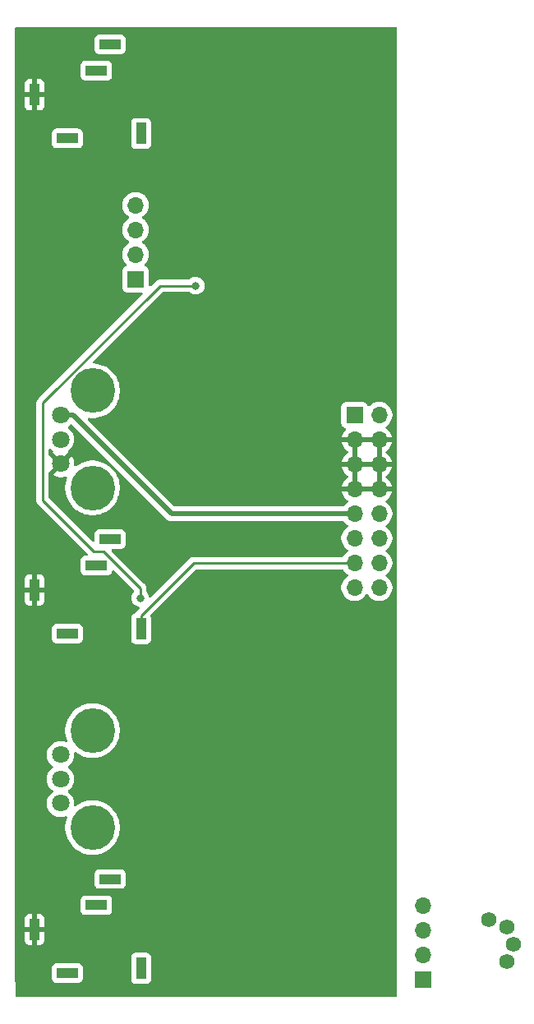
<source format=gbr>
G04 #@! TF.GenerationSoftware,KiCad,Pcbnew,9.0.0*
G04 #@! TF.CreationDate,2025-02-23T15:53:39-07:00*
G04 #@! TF.ProjectId,VCF,5643462e-6b69-4636-9164-5f7063625858,rev?*
G04 #@! TF.SameCoordinates,Original*
G04 #@! TF.FileFunction,Copper,L2,Bot*
G04 #@! TF.FilePolarity,Positive*
%FSLAX46Y46*%
G04 Gerber Fmt 4.6, Leading zero omitted, Abs format (unit mm)*
G04 Created by KiCad (PCBNEW 9.0.0) date 2025-02-23 15:53:39*
%MOMM*%
%LPD*%
G01*
G04 APERTURE LIST*
G04 #@! TA.AperFunction,ComponentPad*
%ADD10R,1.000000X2.200000*%
G04 #@! TD*
G04 #@! TA.AperFunction,ComponentPad*
%ADD11R,2.200000X1.000000*%
G04 #@! TD*
G04 #@! TA.AperFunction,ComponentPad*
%ADD12R,1.700000X1.700000*%
G04 #@! TD*
G04 #@! TA.AperFunction,ComponentPad*
%ADD13O,1.700000X1.700000*%
G04 #@! TD*
G04 #@! TA.AperFunction,ComponentPad*
%ADD14C,4.600000*%
G04 #@! TD*
G04 #@! TA.AperFunction,ComponentPad*
%ADD15C,1.800000*%
G04 #@! TD*
G04 #@! TA.AperFunction,ComponentPad*
%ADD16C,1.580000*%
G04 #@! TD*
G04 #@! TA.AperFunction,ViaPad*
%ADD17C,0.800000*%
G04 #@! TD*
G04 #@! TA.AperFunction,Conductor*
%ADD18C,0.250000*%
G04 #@! TD*
G04 #@! TA.AperFunction,Conductor*
%ADD19C,0.500000*%
G04 #@! TD*
G04 APERTURE END LIST*
D10*
X2000000Y-7000000D03*
X13000000Y-11000000D03*
D11*
X5400000Y-11500000D03*
X9800000Y-1800000D03*
X8400000Y-4500000D03*
D10*
X2000000Y-58000000D03*
X13000000Y-62000000D03*
D11*
X5400000Y-62500000D03*
X9800000Y-52800000D03*
X8400000Y-55500000D03*
D12*
X12440000Y-26000000D03*
D13*
X12440000Y-23460000D03*
X12440000Y-20920000D03*
X12440000Y-18380000D03*
D12*
X42080180Y-98163380D03*
D13*
X42080180Y-95623380D03*
X42080180Y-93083380D03*
X42080180Y-90543380D03*
D12*
X35000000Y-40000000D03*
D13*
X37540000Y-40000000D03*
X35000000Y-42540000D03*
X37540000Y-42540000D03*
X35000000Y-45080000D03*
X37540000Y-45080000D03*
X35000000Y-47620000D03*
X37540000Y-47620000D03*
X35000000Y-50160000D03*
X37540000Y-50160000D03*
X35000000Y-52700000D03*
X37540000Y-52700000D03*
X35000000Y-55240000D03*
X37540000Y-55240000D03*
X35000000Y-57780000D03*
X37540000Y-57780000D03*
D10*
X2000000Y-93000000D03*
X13000000Y-97000000D03*
D11*
X5400000Y-97500000D03*
X8400000Y-90500000D03*
X9800000Y-87800000D03*
D14*
X8000000Y-47500000D03*
X8000000Y-37500000D03*
D15*
X4700000Y-40000000D03*
X4700000Y-42500000D03*
X4700000Y-45000000D03*
D14*
X8000000Y-72500000D03*
X8000000Y-82500000D03*
D15*
X4700000Y-75000000D03*
X4700000Y-77500000D03*
X4700000Y-80000000D03*
D16*
X50673320Y-92727460D03*
X51417220Y-94523560D03*
X50673320Y-96319660D03*
X48877220Y-91983560D03*
D17*
X19000000Y-98000000D03*
X1500000Y-39000000D03*
X11000000Y-81000000D03*
X10000000Y-93000000D03*
X12000000Y-40000000D03*
X24000000Y-61000000D03*
X18000000Y-59000000D03*
X18500000Y-52000000D03*
X38000000Y-64000000D03*
X36000000Y-34000000D03*
X22000000Y-61000000D03*
X36000000Y-64000000D03*
X21000000Y-98000000D03*
X10000000Y-76000000D03*
X14000000Y-40000000D03*
X18500000Y-54000000D03*
X13000000Y-81000000D03*
X12000000Y-76000000D03*
X12500000Y-44500000D03*
X12000000Y-93000000D03*
X20000000Y-59000000D03*
X38000000Y-34000000D03*
X12915900Y-58851800D03*
X18641060Y-26680160D03*
D18*
X8133080Y-54048660D02*
X2849880Y-48765460D01*
X14934838Y-26680160D02*
X18075375Y-26680160D01*
X2849880Y-48765460D02*
X2849880Y-38765118D01*
X18075375Y-26680160D02*
X18641060Y-26680160D01*
X12915900Y-57830898D02*
X9133662Y-54048660D01*
X9133662Y-54048660D02*
X8133080Y-54048660D01*
X2849880Y-38765118D02*
X14934838Y-26680160D01*
X12915900Y-58851800D02*
X12915900Y-57830898D01*
X13000000Y-60650000D02*
X18410000Y-55240000D01*
X13000000Y-62000000D02*
X13000000Y-60650000D01*
X18410000Y-55240000D02*
X35000000Y-55240000D01*
D19*
X33797919Y-50160000D02*
X35000000Y-50160000D01*
X5972792Y-40000000D02*
X16132792Y-50160000D01*
X4700000Y-40000000D02*
X5972792Y-40000000D01*
X16132792Y-50160000D02*
X33797919Y-50160000D01*
G04 #@! TA.AperFunction,Conductor*
G36*
X5840047Y-40956038D02*
G01*
X5885110Y-40984999D01*
X15543627Y-50643516D01*
X15649276Y-50749165D01*
X15773508Y-50832174D01*
X15911546Y-50889351D01*
X16058086Y-50918500D01*
X16058087Y-50918500D01*
X16207497Y-50918500D01*
X33723213Y-50918500D01*
X33807684Y-50918500D01*
X33875805Y-50938502D01*
X33909618Y-50970438D01*
X33963794Y-51045004D01*
X33963796Y-51045006D01*
X33963798Y-51045009D01*
X34114990Y-51196201D01*
X34114993Y-51196203D01*
X34114996Y-51196206D01*
X34287991Y-51321894D01*
X34287996Y-51321896D01*
X34289088Y-51322566D01*
X34289418Y-51322931D01*
X34291996Y-51324804D01*
X34291602Y-51325345D01*
X34336721Y-51375213D01*
X34348328Y-51445255D01*
X34320226Y-51510453D01*
X34291870Y-51535023D01*
X34291996Y-51535196D01*
X34289982Y-51536658D01*
X34289088Y-51537434D01*
X34287987Y-51538108D01*
X34114993Y-51663796D01*
X34114990Y-51663798D01*
X33963798Y-51814990D01*
X33963796Y-51814993D01*
X33838108Y-51987987D01*
X33741029Y-52178515D01*
X33741026Y-52178521D01*
X33674952Y-52381878D01*
X33674951Y-52381883D01*
X33674951Y-52381884D01*
X33641500Y-52593084D01*
X33641500Y-52806916D01*
X33657350Y-52906986D01*
X33674952Y-53018121D01*
X33737679Y-53211176D01*
X33741028Y-53221483D01*
X33838106Y-53412009D01*
X33963794Y-53585004D01*
X33963796Y-53585006D01*
X33963798Y-53585009D01*
X34114990Y-53736201D01*
X34114993Y-53736203D01*
X34114996Y-53736206D01*
X34287991Y-53861894D01*
X34287996Y-53861896D01*
X34289088Y-53862566D01*
X34289418Y-53862931D01*
X34291996Y-53864804D01*
X34291602Y-53865345D01*
X34336721Y-53915213D01*
X34348328Y-53985255D01*
X34320226Y-54050453D01*
X34291870Y-54075023D01*
X34291996Y-54075196D01*
X34289982Y-54076658D01*
X34289088Y-54077434D01*
X34287987Y-54078108D01*
X34114993Y-54203796D01*
X34114990Y-54203798D01*
X33963798Y-54354990D01*
X33963796Y-54354993D01*
X33838112Y-54527981D01*
X33838103Y-54527996D01*
X33833156Y-54537706D01*
X33784407Y-54589320D01*
X33720891Y-54606500D01*
X18347603Y-54606500D01*
X18274568Y-54621028D01*
X18225215Y-54630845D01*
X18225213Y-54630845D01*
X18225212Y-54630846D01*
X18109923Y-54678601D01*
X18006171Y-54747926D01*
X18006164Y-54747931D01*
X14018854Y-58735241D01*
X13956542Y-58769267D01*
X13885726Y-58764202D01*
X13828891Y-58721655D01*
X13806181Y-58670729D01*
X13789487Y-58586800D01*
X13721002Y-58421464D01*
X13621578Y-58272665D01*
X13586305Y-58237392D01*
X13552279Y-58175080D01*
X13549400Y-58148297D01*
X13549400Y-57768505D01*
X13549399Y-57768501D01*
X13525055Y-57646113D01*
X13477300Y-57530823D01*
X13407971Y-57427065D01*
X13319733Y-57338827D01*
X10004501Y-54023595D01*
X9970475Y-53961283D01*
X9975540Y-53890468D01*
X10018087Y-53833632D01*
X10084607Y-53808821D01*
X10093596Y-53808500D01*
X10948632Y-53808500D01*
X10948638Y-53808500D01*
X10948645Y-53808499D01*
X10948649Y-53808499D01*
X11009196Y-53801990D01*
X11009199Y-53801989D01*
X11009201Y-53801989D01*
X11146204Y-53750889D01*
X11263261Y-53663261D01*
X11350889Y-53546204D01*
X11401989Y-53409201D01*
X11402076Y-53408398D01*
X11408499Y-53348649D01*
X11408500Y-53348632D01*
X11408500Y-52251367D01*
X11408499Y-52251350D01*
X11401990Y-52190803D01*
X11401988Y-52190795D01*
X11350889Y-52053797D01*
X11350887Y-52053792D01*
X11263261Y-51936738D01*
X11146207Y-51849112D01*
X11146202Y-51849110D01*
X11009204Y-51798011D01*
X11009196Y-51798009D01*
X10948649Y-51791500D01*
X10948638Y-51791500D01*
X8651362Y-51791500D01*
X8651350Y-51791500D01*
X8590803Y-51798009D01*
X8590795Y-51798011D01*
X8453797Y-51849110D01*
X8453792Y-51849112D01*
X8336738Y-51936738D01*
X8249112Y-52053792D01*
X8249110Y-52053797D01*
X8198011Y-52190795D01*
X8198009Y-52190803D01*
X8191500Y-52251350D01*
X8191500Y-52906986D01*
X8171498Y-52975107D01*
X8117842Y-53021600D01*
X8047568Y-53031704D01*
X7982988Y-53002210D01*
X7976405Y-52996081D01*
X3520285Y-48539961D01*
X3486259Y-48477649D01*
X3483380Y-48450866D01*
X3483380Y-45909599D01*
X3503382Y-45841478D01*
X3520285Y-45820503D01*
X4215841Y-45124946D01*
X4234075Y-45192993D01*
X4299901Y-45307007D01*
X4392993Y-45400099D01*
X4507007Y-45465925D01*
X4575051Y-45484157D01*
X3900035Y-46159173D01*
X3900035Y-46159174D01*
X3962047Y-46204229D01*
X4159514Y-46304843D01*
X4159516Y-46304844D01*
X4370289Y-46373329D01*
X4589191Y-46408000D01*
X4810809Y-46408000D01*
X5029710Y-46373329D01*
X5226815Y-46309285D01*
X5297783Y-46307257D01*
X5358581Y-46343919D01*
X5389906Y-46407631D01*
X5384682Y-46470733D01*
X5344987Y-46584177D01*
X5297015Y-46721275D01*
X5297012Y-46721283D01*
X5226819Y-47028814D01*
X5191500Y-47342276D01*
X5191500Y-47657723D01*
X5226819Y-47971185D01*
X5253008Y-48085925D01*
X5297012Y-48278718D01*
X5297014Y-48278724D01*
X5297013Y-48278724D01*
X5401189Y-48576442D01*
X5401200Y-48576469D01*
X5538063Y-48860668D01*
X5705890Y-49127762D01*
X5705894Y-49127768D01*
X5902563Y-49374381D01*
X5902572Y-49374391D01*
X6125608Y-49597427D01*
X6125618Y-49597436D01*
X6372231Y-49794105D01*
X6372238Y-49794109D01*
X6372241Y-49794112D01*
X6448270Y-49841884D01*
X6639331Y-49961936D01*
X6639334Y-49961937D01*
X6639335Y-49961938D01*
X6923540Y-50098804D01*
X6923556Y-50098809D01*
X6923557Y-50098810D01*
X7221275Y-50202986D01*
X7221278Y-50202986D01*
X7221282Y-50202988D01*
X7528818Y-50273181D01*
X7751088Y-50298225D01*
X7842276Y-50308500D01*
X7842278Y-50308500D01*
X8157724Y-50308500D01*
X8237332Y-50299529D01*
X8471182Y-50273181D01*
X8778718Y-50202988D01*
X9076460Y-50098804D01*
X9360665Y-49961938D01*
X9627759Y-49794112D01*
X9874383Y-49597435D01*
X10097435Y-49374383D01*
X10294112Y-49127759D01*
X10461938Y-48860665D01*
X10598804Y-48576460D01*
X10684432Y-48331748D01*
X10702986Y-48278724D01*
X10702986Y-48278723D01*
X10702988Y-48278718D01*
X10773181Y-47971182D01*
X10808500Y-47657722D01*
X10808500Y-47342278D01*
X10773181Y-47028818D01*
X10702988Y-46721282D01*
X10615317Y-46470733D01*
X10598810Y-46423557D01*
X10598809Y-46423556D01*
X10598804Y-46423540D01*
X10461938Y-46139335D01*
X10461937Y-46139334D01*
X10461936Y-46139331D01*
X10375779Y-46002215D01*
X10294112Y-45872241D01*
X10294109Y-45872237D01*
X10294105Y-45872231D01*
X10097436Y-45625618D01*
X10097427Y-45625608D01*
X9874391Y-45402572D01*
X9874381Y-45402563D01*
X9627768Y-45205894D01*
X9627762Y-45205890D01*
X9360668Y-45038063D01*
X9076469Y-44901200D01*
X9076464Y-44901198D01*
X9076460Y-44901196D01*
X9076454Y-44901193D01*
X9076442Y-44901189D01*
X8778724Y-44797013D01*
X8471185Y-44726819D01*
X8157724Y-44691500D01*
X8157722Y-44691500D01*
X7842278Y-44691500D01*
X7842276Y-44691500D01*
X7528814Y-44726819D01*
X7221275Y-44797013D01*
X6923557Y-44901189D01*
X6923530Y-44901200D01*
X6639331Y-45038063D01*
X6372237Y-45205890D01*
X6372233Y-45205893D01*
X6306351Y-45258432D01*
X6240621Y-45285266D01*
X6170817Y-45272304D01*
X6119103Y-45223661D01*
X6101897Y-45154781D01*
X6103343Y-45140209D01*
X6108000Y-45110807D01*
X6108000Y-44889191D01*
X6073329Y-44670289D01*
X6004844Y-44459516D01*
X6004843Y-44459514D01*
X5904229Y-44262047D01*
X5859174Y-44200035D01*
X5859173Y-44200035D01*
X5184157Y-44875051D01*
X5165925Y-44807007D01*
X5100099Y-44692993D01*
X5007007Y-44599901D01*
X4892993Y-44534075D01*
X4824946Y-44515841D01*
X5499963Y-43840824D01*
X5499177Y-43830839D01*
X5472328Y-43796019D01*
X5466254Y-43725283D01*
X5499387Y-43662492D01*
X5515676Y-43648377D01*
X5617576Y-43574343D01*
X5774343Y-43417576D01*
X5904657Y-43238215D01*
X6005308Y-43040676D01*
X6073818Y-42829824D01*
X6108500Y-42610851D01*
X6108500Y-42389149D01*
X6073818Y-42170176D01*
X6005308Y-41959324D01*
X5904657Y-41761785D01*
X5774343Y-41582424D01*
X5774341Y-41582421D01*
X5617578Y-41425658D01*
X5516108Y-41351936D01*
X5472754Y-41295713D01*
X5466679Y-41224977D01*
X5499811Y-41162186D01*
X5516108Y-41148064D01*
X5617576Y-41074343D01*
X5706921Y-40984997D01*
X5769231Y-40950974D01*
X5840047Y-40956038D01*
G37*
G04 #@! TD.AperFunction*
G04 #@! TA.AperFunction,Conductor*
G36*
X37074075Y-47427007D02*
G01*
X37040000Y-47554174D01*
X37040000Y-47685826D01*
X37074075Y-47812993D01*
X37109297Y-47874000D01*
X35430703Y-47874000D01*
X35465925Y-47812993D01*
X35500000Y-47685826D01*
X35500000Y-47554174D01*
X35465925Y-47427007D01*
X35430703Y-47366000D01*
X37109297Y-47366000D01*
X37074075Y-47427007D01*
G37*
G04 #@! TD.AperFunction*
G04 #@! TA.AperFunction,Conductor*
G36*
X35254000Y-47189297D02*
G01*
X35192993Y-47154075D01*
X35065826Y-47120000D01*
X34934174Y-47120000D01*
X34807007Y-47154075D01*
X34746000Y-47189297D01*
X34746000Y-45510702D01*
X34807007Y-45545925D01*
X34934174Y-45580000D01*
X35065826Y-45580000D01*
X35192993Y-45545925D01*
X35254000Y-45510702D01*
X35254000Y-47189297D01*
G37*
G04 #@! TD.AperFunction*
G04 #@! TA.AperFunction,Conductor*
G36*
X37794000Y-47189297D02*
G01*
X37732993Y-47154075D01*
X37605826Y-47120000D01*
X37474174Y-47120000D01*
X37347007Y-47154075D01*
X37286000Y-47189297D01*
X37286000Y-45510702D01*
X37347007Y-45545925D01*
X37474174Y-45580000D01*
X37605826Y-45580000D01*
X37732993Y-45545925D01*
X37794000Y-45510702D01*
X37794000Y-47189297D01*
G37*
G04 #@! TD.AperFunction*
G04 #@! TA.AperFunction,Conductor*
G36*
X37074075Y-44887007D02*
G01*
X37040000Y-45014174D01*
X37040000Y-45145826D01*
X37074075Y-45272993D01*
X37109297Y-45334000D01*
X35430703Y-45334000D01*
X35465925Y-45272993D01*
X35500000Y-45145826D01*
X35500000Y-45014174D01*
X35465925Y-44887007D01*
X35430703Y-44826000D01*
X37109297Y-44826000D01*
X37074075Y-44887007D01*
G37*
G04 #@! TD.AperFunction*
G04 #@! TA.AperFunction,Conductor*
G36*
X3691892Y-43484266D02*
G01*
X3698475Y-43490395D01*
X3782418Y-43574338D01*
X3782421Y-43574340D01*
X3782424Y-43574343D01*
X3884316Y-43648372D01*
X3927670Y-43704594D01*
X3933745Y-43775331D01*
X3900613Y-43838122D01*
X3900221Y-43838461D01*
X3900035Y-43840825D01*
X4575052Y-44515842D01*
X4507007Y-44534075D01*
X4392993Y-44599901D01*
X4299901Y-44692993D01*
X4234075Y-44807007D01*
X4215842Y-44875052D01*
X3520285Y-44179495D01*
X3486259Y-44117183D01*
X3483380Y-44090400D01*
X3483380Y-43579490D01*
X3503382Y-43511369D01*
X3557038Y-43464876D01*
X3627312Y-43454772D01*
X3691892Y-43484266D01*
G37*
G04 #@! TD.AperFunction*
G04 #@! TA.AperFunction,Conductor*
G36*
X35254000Y-44649297D02*
G01*
X35192993Y-44614075D01*
X35065826Y-44580000D01*
X34934174Y-44580000D01*
X34807007Y-44614075D01*
X34746000Y-44649297D01*
X34746000Y-42970702D01*
X34807007Y-43005925D01*
X34934174Y-43040000D01*
X35065826Y-43040000D01*
X35192993Y-43005925D01*
X35254000Y-42970702D01*
X35254000Y-44649297D01*
G37*
G04 #@! TD.AperFunction*
G04 #@! TA.AperFunction,Conductor*
G36*
X37794000Y-44649297D02*
G01*
X37732993Y-44614075D01*
X37605826Y-44580000D01*
X37474174Y-44580000D01*
X37347007Y-44614075D01*
X37286000Y-44649297D01*
X37286000Y-42970702D01*
X37347007Y-43005925D01*
X37474174Y-43040000D01*
X37605826Y-43040000D01*
X37732993Y-43005925D01*
X37794000Y-42970702D01*
X37794000Y-44649297D01*
G37*
G04 #@! TD.AperFunction*
G04 #@! TA.AperFunction,Conductor*
G36*
X37074075Y-42347007D02*
G01*
X37040000Y-42474174D01*
X37040000Y-42605826D01*
X37074075Y-42732993D01*
X37109297Y-42794000D01*
X35430703Y-42794000D01*
X35465925Y-42732993D01*
X35500000Y-42605826D01*
X35500000Y-42474174D01*
X35465925Y-42347007D01*
X35430703Y-42286000D01*
X37109297Y-42286000D01*
X37074075Y-42347007D01*
G37*
G04 #@! TD.AperFunction*
G04 #@! TA.AperFunction,Conductor*
G36*
X39317197Y-45502D02*
G01*
X39363690Y-99158D01*
X39375076Y-151503D01*
X39373835Y-48996611D01*
X39372586Y-98209204D01*
X39372544Y-99848503D01*
X39352540Y-99916623D01*
X39298883Y-99963115D01*
X39246544Y-99974500D01*
X156435Y-99974500D01*
X88314Y-99954498D01*
X41821Y-99900842D01*
X30435Y-99848538D01*
X29552Y-96951350D01*
X3791500Y-96951350D01*
X3791500Y-98048649D01*
X3798009Y-98109196D01*
X3798011Y-98109204D01*
X3849110Y-98246202D01*
X3849112Y-98246207D01*
X3936738Y-98363261D01*
X4053792Y-98450887D01*
X4053794Y-98450888D01*
X4053796Y-98450889D01*
X4112875Y-98472924D01*
X4190795Y-98501988D01*
X4190803Y-98501990D01*
X4251350Y-98508499D01*
X4251355Y-98508499D01*
X4251362Y-98508500D01*
X4251368Y-98508500D01*
X6548632Y-98508500D01*
X6548638Y-98508500D01*
X6548645Y-98508499D01*
X6548649Y-98508499D01*
X6609196Y-98501990D01*
X6609199Y-98501989D01*
X6609201Y-98501989D01*
X6746204Y-98450889D01*
X6863261Y-98363261D01*
X6950887Y-98246207D01*
X6950887Y-98246206D01*
X6950889Y-98246204D01*
X7001989Y-98109201D01*
X7008500Y-98048638D01*
X7008500Y-96951362D01*
X7008499Y-96951350D01*
X7001990Y-96890803D01*
X7001988Y-96890795D01*
X6950889Y-96753797D01*
X6950887Y-96753792D01*
X6863261Y-96636738D01*
X6746207Y-96549112D01*
X6746202Y-96549110D01*
X6609204Y-96498011D01*
X6609196Y-96498009D01*
X6548649Y-96491500D01*
X6548638Y-96491500D01*
X4251362Y-96491500D01*
X4251350Y-96491500D01*
X4190803Y-96498009D01*
X4190795Y-96498011D01*
X4053797Y-96549110D01*
X4053792Y-96549112D01*
X3936738Y-96636738D01*
X3849112Y-96753792D01*
X3849110Y-96753797D01*
X3798011Y-96890795D01*
X3798009Y-96890803D01*
X3791500Y-96951350D01*
X29552Y-96951350D01*
X29551Y-96948026D01*
X29217Y-95851350D01*
X11991500Y-95851350D01*
X11991500Y-98148649D01*
X11998009Y-98209196D01*
X11998011Y-98209204D01*
X12049110Y-98346202D01*
X12049112Y-98346207D01*
X12136738Y-98463261D01*
X12253792Y-98550887D01*
X12253794Y-98550888D01*
X12253796Y-98550889D01*
X12312875Y-98572924D01*
X12390795Y-98601988D01*
X12390803Y-98601990D01*
X12451350Y-98608499D01*
X12451355Y-98608499D01*
X12451362Y-98608500D01*
X12451368Y-98608500D01*
X13548632Y-98608500D01*
X13548638Y-98608500D01*
X13548645Y-98608499D01*
X13548649Y-98608499D01*
X13609196Y-98601990D01*
X13609199Y-98601989D01*
X13609201Y-98601989D01*
X13746204Y-98550889D01*
X13863261Y-98463261D01*
X13950889Y-98346204D01*
X14001989Y-98209201D01*
X14008500Y-98148638D01*
X14008500Y-95851362D01*
X14008499Y-95851350D01*
X14001990Y-95790803D01*
X14001988Y-95790795D01*
X13950889Y-95653797D01*
X13950887Y-95653792D01*
X13863261Y-95536738D01*
X13746207Y-95449112D01*
X13746202Y-95449110D01*
X13609204Y-95398011D01*
X13609196Y-95398009D01*
X13548649Y-95391500D01*
X13548638Y-95391500D01*
X12451362Y-95391500D01*
X12451350Y-95391500D01*
X12390803Y-95398009D01*
X12390795Y-95398011D01*
X12253797Y-95449110D01*
X12253792Y-95449112D01*
X12136738Y-95536738D01*
X12049112Y-95653792D01*
X12049110Y-95653797D01*
X11998011Y-95790795D01*
X11998009Y-95790803D01*
X11991500Y-95851350D01*
X29217Y-95851350D01*
X29216Y-95848026D01*
X28698Y-94148597D01*
X992000Y-94148597D01*
X998505Y-94209093D01*
X1049555Y-94345964D01*
X1049555Y-94345965D01*
X1137095Y-94462904D01*
X1254034Y-94550444D01*
X1390906Y-94601494D01*
X1451402Y-94607999D01*
X1451415Y-94608000D01*
X1746000Y-94608000D01*
X2254000Y-94608000D01*
X2548585Y-94608000D01*
X2548597Y-94607999D01*
X2609093Y-94601494D01*
X2745964Y-94550444D01*
X2745965Y-94550444D01*
X2862904Y-94462904D01*
X2950444Y-94345965D01*
X2950444Y-94345964D01*
X3001494Y-94209093D01*
X3007999Y-94148597D01*
X3008000Y-94148585D01*
X3008000Y-93254000D01*
X2254000Y-93254000D01*
X2254000Y-94608000D01*
X1746000Y-94608000D01*
X1746000Y-93254000D01*
X992000Y-93254000D01*
X992000Y-94148597D01*
X28698Y-94148597D01*
X28409Y-93201847D01*
X27997Y-91851402D01*
X992000Y-91851402D01*
X992000Y-92746000D01*
X1746000Y-92746000D01*
X1746000Y-92560218D01*
X1800000Y-92560218D01*
X1800000Y-93439782D01*
X1830448Y-93513291D01*
X1886709Y-93569552D01*
X1960218Y-93600000D01*
X2039782Y-93600000D01*
X2113291Y-93569552D01*
X2169552Y-93513291D01*
X2200000Y-93439782D01*
X2200000Y-92746000D01*
X2254000Y-92746000D01*
X3008000Y-92746000D01*
X3008000Y-91851414D01*
X3007999Y-91851402D01*
X3001494Y-91790906D01*
X2950444Y-91654035D01*
X2950444Y-91654034D01*
X2862904Y-91537095D01*
X2745965Y-91449555D01*
X2609093Y-91398505D01*
X2548597Y-91392000D01*
X2254000Y-91392000D01*
X2254000Y-92746000D01*
X2200000Y-92746000D01*
X2200000Y-92560218D01*
X2169552Y-92486709D01*
X2113291Y-92430448D01*
X2039782Y-92400000D01*
X1960218Y-92400000D01*
X1886709Y-92430448D01*
X1830448Y-92486709D01*
X1800000Y-92560218D01*
X1746000Y-92560218D01*
X1746000Y-91392000D01*
X1451402Y-91392000D01*
X1390906Y-91398505D01*
X1254035Y-91449555D01*
X1254034Y-91449555D01*
X1137095Y-91537095D01*
X1049555Y-91654034D01*
X1049555Y-91654035D01*
X998505Y-91790906D01*
X992000Y-91851402D01*
X27997Y-91851402D01*
X27996Y-91848073D01*
X27418Y-89951350D01*
X6791500Y-89951350D01*
X6791500Y-91048649D01*
X6798009Y-91109196D01*
X6798011Y-91109204D01*
X6849110Y-91246202D01*
X6849112Y-91246207D01*
X6936738Y-91363261D01*
X7053792Y-91450887D01*
X7053794Y-91450888D01*
X7053796Y-91450889D01*
X7112875Y-91472924D01*
X7190795Y-91501988D01*
X7190803Y-91501990D01*
X7251350Y-91508499D01*
X7251355Y-91508499D01*
X7251362Y-91508500D01*
X7251368Y-91508500D01*
X9548632Y-91508500D01*
X9548638Y-91508500D01*
X9548645Y-91508499D01*
X9548649Y-91508499D01*
X9609196Y-91501990D01*
X9609199Y-91501989D01*
X9609201Y-91501989D01*
X9746204Y-91450889D01*
X9863261Y-91363261D01*
X9950889Y-91246204D01*
X10001989Y-91109201D01*
X10008500Y-91048638D01*
X10008500Y-89951362D01*
X10008499Y-89951350D01*
X10001990Y-89890803D01*
X10001988Y-89890795D01*
X9950889Y-89753797D01*
X9950887Y-89753792D01*
X9863261Y-89636738D01*
X9746207Y-89549112D01*
X9746202Y-89549110D01*
X9609204Y-89498011D01*
X9609196Y-89498009D01*
X9548649Y-89491500D01*
X9548638Y-89491500D01*
X7251362Y-89491500D01*
X7251350Y-89491500D01*
X7190803Y-89498009D01*
X7190795Y-89498011D01*
X7053797Y-89549110D01*
X7053792Y-89549112D01*
X6936738Y-89636738D01*
X6849112Y-89753792D01*
X6849110Y-89753797D01*
X6798011Y-89890795D01*
X6798009Y-89890803D01*
X6791500Y-89951350D01*
X27418Y-89951350D01*
X27417Y-89948026D01*
X26595Y-87251350D01*
X8191500Y-87251350D01*
X8191500Y-88348649D01*
X8198009Y-88409196D01*
X8198011Y-88409204D01*
X8249110Y-88546202D01*
X8249112Y-88546207D01*
X8336738Y-88663261D01*
X8453792Y-88750887D01*
X8453794Y-88750888D01*
X8453796Y-88750889D01*
X8512875Y-88772924D01*
X8590795Y-88801988D01*
X8590803Y-88801990D01*
X8651350Y-88808499D01*
X8651355Y-88808499D01*
X8651362Y-88808500D01*
X8651368Y-88808500D01*
X10948632Y-88808500D01*
X10948638Y-88808500D01*
X10948645Y-88808499D01*
X10948649Y-88808499D01*
X11009196Y-88801990D01*
X11009199Y-88801989D01*
X11009201Y-88801989D01*
X11146204Y-88750889D01*
X11263261Y-88663261D01*
X11350889Y-88546204D01*
X11401989Y-88409201D01*
X11408500Y-88348638D01*
X11408500Y-87251362D01*
X11408499Y-87251350D01*
X11401990Y-87190803D01*
X11401988Y-87190795D01*
X11350889Y-87053797D01*
X11350887Y-87053792D01*
X11263261Y-86936738D01*
X11146207Y-86849112D01*
X11146202Y-86849110D01*
X11009204Y-86798011D01*
X11009196Y-86798009D01*
X10948649Y-86791500D01*
X10948638Y-86791500D01*
X8651362Y-86791500D01*
X8651350Y-86791500D01*
X8590803Y-86798009D01*
X8590795Y-86798011D01*
X8453797Y-86849110D01*
X8453792Y-86849112D01*
X8336738Y-86936738D01*
X8249112Y-87053792D01*
X8249110Y-87053797D01*
X8198011Y-87190795D01*
X8198009Y-87190803D01*
X8191500Y-87251350D01*
X26595Y-87251350D01*
X26594Y-87248026D01*
X25500Y-83659540D01*
X25500Y-74889149D01*
X3291500Y-74889149D01*
X3291500Y-75110851D01*
X3317211Y-75273181D01*
X3326183Y-75329829D01*
X3394690Y-75540671D01*
X3394692Y-75540676D01*
X3394693Y-75540677D01*
X3495345Y-75738218D01*
X3625658Y-75917578D01*
X3782417Y-76074337D01*
X3782420Y-76074339D01*
X3782424Y-76074343D01*
X3883892Y-76148064D01*
X3927245Y-76204287D01*
X3933320Y-76275023D01*
X3900188Y-76337815D01*
X3883892Y-76351936D01*
X3782417Y-76425662D01*
X3625658Y-76582421D01*
X3495345Y-76761781D01*
X3394693Y-76959322D01*
X3394690Y-76959328D01*
X3326183Y-77170170D01*
X3326182Y-77170175D01*
X3326182Y-77170176D01*
X3291500Y-77389149D01*
X3291500Y-77610851D01*
X3326182Y-77829824D01*
X3326183Y-77829829D01*
X3394690Y-78040671D01*
X3394692Y-78040676D01*
X3394693Y-78040677D01*
X3495345Y-78238218D01*
X3625658Y-78417578D01*
X3782417Y-78574337D01*
X3782420Y-78574339D01*
X3782424Y-78574343D01*
X3883892Y-78648064D01*
X3927245Y-78704287D01*
X3933320Y-78775023D01*
X3900188Y-78837815D01*
X3883892Y-78851936D01*
X3782417Y-78925662D01*
X3625658Y-79082421D01*
X3495345Y-79261781D01*
X3394693Y-79459322D01*
X3394690Y-79459328D01*
X3326183Y-79670170D01*
X3326182Y-79670175D01*
X3326182Y-79670176D01*
X3291500Y-79889149D01*
X3291500Y-80110851D01*
X3309294Y-80223198D01*
X3326183Y-80329829D01*
X3394690Y-80540671D01*
X3394692Y-80540676D01*
X3495343Y-80738215D01*
X3495345Y-80738218D01*
X3625658Y-80917578D01*
X3782421Y-81074341D01*
X3782424Y-81074343D01*
X3961785Y-81204657D01*
X4159324Y-81305308D01*
X4370176Y-81373818D01*
X4589149Y-81408500D01*
X4589152Y-81408500D01*
X4810848Y-81408500D01*
X4810851Y-81408500D01*
X5029824Y-81373818D01*
X5226611Y-81309877D01*
X5297576Y-81307850D01*
X5358374Y-81344513D01*
X5389699Y-81408225D01*
X5384474Y-81471326D01*
X5297013Y-81721275D01*
X5226819Y-82028814D01*
X5191500Y-82342276D01*
X5191500Y-82657723D01*
X5226819Y-82971185D01*
X5263362Y-83131289D01*
X5297012Y-83278718D01*
X5297014Y-83278724D01*
X5297013Y-83278724D01*
X5401189Y-83576442D01*
X5401200Y-83576469D01*
X5538063Y-83860668D01*
X5705890Y-84127762D01*
X5705894Y-84127768D01*
X5902563Y-84374381D01*
X5902572Y-84374391D01*
X6125608Y-84597427D01*
X6125618Y-84597436D01*
X6372231Y-84794105D01*
X6372238Y-84794109D01*
X6372241Y-84794112D01*
X6502215Y-84875779D01*
X6639331Y-84961936D01*
X6639334Y-84961937D01*
X6639335Y-84961938D01*
X6923540Y-85098804D01*
X6923556Y-85098809D01*
X6923557Y-85098810D01*
X7221275Y-85202986D01*
X7221278Y-85202986D01*
X7221282Y-85202988D01*
X7528818Y-85273181D01*
X7751088Y-85298225D01*
X7842276Y-85308500D01*
X7842278Y-85308500D01*
X8157724Y-85308500D01*
X8237332Y-85299529D01*
X8471182Y-85273181D01*
X8778718Y-85202988D01*
X9076460Y-85098804D01*
X9360665Y-84961938D01*
X9627759Y-84794112D01*
X9874383Y-84597435D01*
X10097435Y-84374383D01*
X10294112Y-84127759D01*
X10461938Y-83860665D01*
X10598804Y-83576460D01*
X10702988Y-83278718D01*
X10773181Y-82971182D01*
X10808500Y-82657722D01*
X10808500Y-82342278D01*
X10773181Y-82028818D01*
X10702988Y-81721282D01*
X10598804Y-81423540D01*
X10461938Y-81139335D01*
X10461937Y-81139334D01*
X10461936Y-81139331D01*
X10294109Y-80872237D01*
X10294105Y-80872231D01*
X10097436Y-80625618D01*
X10097427Y-80625608D01*
X9874391Y-80402572D01*
X9874381Y-80402563D01*
X9627768Y-80205894D01*
X9627762Y-80205890D01*
X9360668Y-80038063D01*
X9076469Y-79901200D01*
X9076464Y-79901198D01*
X9076460Y-79901196D01*
X9076454Y-79901193D01*
X9076442Y-79901189D01*
X8778724Y-79797013D01*
X8471185Y-79726819D01*
X8157724Y-79691500D01*
X8157722Y-79691500D01*
X7842278Y-79691500D01*
X7842276Y-79691500D01*
X7528814Y-79726819D01*
X7221275Y-79797013D01*
X6923557Y-79901189D01*
X6923530Y-79901200D01*
X6639331Y-80038063D01*
X6372241Y-80205888D01*
X6306930Y-80257971D01*
X6241199Y-80284804D01*
X6171396Y-80271842D01*
X6119682Y-80223198D01*
X6102476Y-80154318D01*
X6103923Y-80139746D01*
X6108500Y-80110851D01*
X6108500Y-79889152D01*
X6108500Y-79889149D01*
X6073818Y-79670176D01*
X6005308Y-79459324D01*
X5904657Y-79261785D01*
X5774343Y-79082424D01*
X5774341Y-79082421D01*
X5617578Y-78925658D01*
X5516108Y-78851936D01*
X5472754Y-78795713D01*
X5466679Y-78724977D01*
X5499811Y-78662186D01*
X5516108Y-78648064D01*
X5617576Y-78574343D01*
X5774343Y-78417576D01*
X5904657Y-78238215D01*
X6005308Y-78040676D01*
X6073818Y-77829824D01*
X6108500Y-77610851D01*
X6108500Y-77389149D01*
X6073818Y-77170176D01*
X6005308Y-76959324D01*
X5904657Y-76761785D01*
X5774343Y-76582424D01*
X5774341Y-76582421D01*
X5617578Y-76425658D01*
X5516108Y-76351936D01*
X5472754Y-76295713D01*
X5466679Y-76224977D01*
X5499811Y-76162186D01*
X5516108Y-76148064D01*
X5617576Y-76074343D01*
X5774343Y-75917576D01*
X5904657Y-75738215D01*
X6005308Y-75540676D01*
X6073818Y-75329824D01*
X6108500Y-75110851D01*
X6108500Y-74889149D01*
X6103922Y-74860247D01*
X6113021Y-74789840D01*
X6158743Y-74735525D01*
X6226571Y-74714552D01*
X6294970Y-74733578D01*
X6306931Y-74742029D01*
X6372231Y-74794105D01*
X6372238Y-74794109D01*
X6372241Y-74794112D01*
X6477501Y-74860251D01*
X6639331Y-74961936D01*
X6639334Y-74961937D01*
X6639335Y-74961938D01*
X6923540Y-75098804D01*
X6923556Y-75098809D01*
X6923557Y-75098810D01*
X7221275Y-75202986D01*
X7221278Y-75202986D01*
X7221282Y-75202988D01*
X7528818Y-75273181D01*
X7751088Y-75298225D01*
X7842276Y-75308500D01*
X7842278Y-75308500D01*
X8157724Y-75308500D01*
X8237332Y-75299529D01*
X8471182Y-75273181D01*
X8778718Y-75202988D01*
X9076460Y-75098804D01*
X9360665Y-74961938D01*
X9627759Y-74794112D01*
X9874383Y-74597435D01*
X10097435Y-74374383D01*
X10294112Y-74127759D01*
X10461938Y-73860665D01*
X10598804Y-73576460D01*
X10702988Y-73278718D01*
X10773181Y-72971182D01*
X10808500Y-72657722D01*
X10808500Y-72342278D01*
X10773181Y-72028818D01*
X10702988Y-71721282D01*
X10598804Y-71423540D01*
X10461938Y-71139335D01*
X10461937Y-71139334D01*
X10461936Y-71139331D01*
X10294109Y-70872237D01*
X10294105Y-70872231D01*
X10097436Y-70625618D01*
X10097427Y-70625608D01*
X9874391Y-70402572D01*
X9874381Y-70402563D01*
X9627768Y-70205894D01*
X9627762Y-70205890D01*
X9360668Y-70038063D01*
X9076469Y-69901200D01*
X9076464Y-69901198D01*
X9076460Y-69901196D01*
X9076454Y-69901193D01*
X9076442Y-69901189D01*
X8778724Y-69797013D01*
X8471185Y-69726819D01*
X8157724Y-69691500D01*
X8157722Y-69691500D01*
X7842278Y-69691500D01*
X7842276Y-69691500D01*
X7528814Y-69726819D01*
X7221275Y-69797013D01*
X6923557Y-69901189D01*
X6923530Y-69901200D01*
X6639331Y-70038063D01*
X6372237Y-70205890D01*
X6372231Y-70205894D01*
X6125618Y-70402563D01*
X6125608Y-70402572D01*
X5902572Y-70625608D01*
X5902563Y-70625618D01*
X5705894Y-70872231D01*
X5705890Y-70872237D01*
X5538063Y-71139331D01*
X5401200Y-71423530D01*
X5401189Y-71423557D01*
X5297013Y-71721275D01*
X5226819Y-72028814D01*
X5191500Y-72342276D01*
X5191500Y-72657723D01*
X5226819Y-72971185D01*
X5263362Y-73131289D01*
X5297012Y-73278718D01*
X5297014Y-73278724D01*
X5297013Y-73278724D01*
X5384474Y-73528673D01*
X5388093Y-73599577D01*
X5352804Y-73661183D01*
X5289811Y-73693929D01*
X5226609Y-73690121D01*
X5029827Y-73626183D01*
X5029831Y-73626183D01*
X4989063Y-73619726D01*
X4810851Y-73591500D01*
X4589149Y-73591500D01*
X4370176Y-73626182D01*
X4370170Y-73626183D01*
X4159328Y-73694690D01*
X4159322Y-73694693D01*
X3961781Y-73795345D01*
X3782421Y-73925658D01*
X3625658Y-74082421D01*
X3495345Y-74261781D01*
X3394693Y-74459322D01*
X3394690Y-74459328D01*
X3326183Y-74670170D01*
X3326182Y-74670175D01*
X3326182Y-74670176D01*
X3291500Y-74889149D01*
X25500Y-74889149D01*
X25500Y-61951350D01*
X3791500Y-61951350D01*
X3791500Y-63048649D01*
X3798009Y-63109196D01*
X3798011Y-63109204D01*
X3849110Y-63246202D01*
X3849112Y-63246207D01*
X3936738Y-63363261D01*
X4053792Y-63450887D01*
X4053794Y-63450888D01*
X4053796Y-63450889D01*
X4112875Y-63472924D01*
X4190795Y-63501988D01*
X4190803Y-63501990D01*
X4251350Y-63508499D01*
X4251355Y-63508499D01*
X4251362Y-63508500D01*
X4251368Y-63508500D01*
X6548632Y-63508500D01*
X6548638Y-63508500D01*
X6548645Y-63508499D01*
X6548649Y-63508499D01*
X6609196Y-63501990D01*
X6609199Y-63501989D01*
X6609201Y-63501989D01*
X6746204Y-63450889D01*
X6863261Y-63363261D01*
X6950887Y-63246207D01*
X6950887Y-63246206D01*
X6950889Y-63246204D01*
X7001989Y-63109201D01*
X7008500Y-63048638D01*
X7008500Y-61951362D01*
X7008499Y-61951350D01*
X7001990Y-61890803D01*
X7001988Y-61890795D01*
X6950889Y-61753797D01*
X6950887Y-61753792D01*
X6863261Y-61636738D01*
X6746207Y-61549112D01*
X6746202Y-61549110D01*
X6609204Y-61498011D01*
X6609196Y-61498009D01*
X6548649Y-61491500D01*
X6548638Y-61491500D01*
X4251362Y-61491500D01*
X4251350Y-61491500D01*
X4190803Y-61498009D01*
X4190795Y-61498011D01*
X4053797Y-61549110D01*
X4053792Y-61549112D01*
X3936738Y-61636738D01*
X3849112Y-61753792D01*
X3849110Y-61753797D01*
X3798011Y-61890795D01*
X3798009Y-61890803D01*
X3791500Y-61951350D01*
X25500Y-61951350D01*
X25500Y-59148597D01*
X992000Y-59148597D01*
X998505Y-59209093D01*
X1049555Y-59345964D01*
X1049555Y-59345965D01*
X1137095Y-59462904D01*
X1254034Y-59550444D01*
X1390906Y-59601494D01*
X1451402Y-59607999D01*
X1451415Y-59608000D01*
X1746000Y-59608000D01*
X2254000Y-59608000D01*
X2548585Y-59608000D01*
X2548597Y-59607999D01*
X2609093Y-59601494D01*
X2745964Y-59550444D01*
X2745965Y-59550444D01*
X2862904Y-59462904D01*
X2950444Y-59345965D01*
X2950444Y-59345964D01*
X3001494Y-59209093D01*
X3007999Y-59148597D01*
X3008000Y-59148585D01*
X3008000Y-58254000D01*
X2254000Y-58254000D01*
X2254000Y-59608000D01*
X1746000Y-59608000D01*
X1746000Y-58254000D01*
X992000Y-58254000D01*
X992000Y-59148597D01*
X25500Y-59148597D01*
X25500Y-56851402D01*
X992000Y-56851402D01*
X992000Y-57746000D01*
X1746000Y-57746000D01*
X1746000Y-57560218D01*
X1800000Y-57560218D01*
X1800000Y-58439782D01*
X1830448Y-58513291D01*
X1886709Y-58569552D01*
X1960218Y-58600000D01*
X2039782Y-58600000D01*
X2113291Y-58569552D01*
X2169552Y-58513291D01*
X2200000Y-58439782D01*
X2200000Y-57746000D01*
X2254000Y-57746000D01*
X3008000Y-57746000D01*
X3008000Y-56851414D01*
X3007999Y-56851402D01*
X3001494Y-56790906D01*
X2950444Y-56654035D01*
X2950444Y-56654034D01*
X2862904Y-56537095D01*
X2745965Y-56449555D01*
X2609093Y-56398505D01*
X2548597Y-56392000D01*
X2254000Y-56392000D01*
X2254000Y-57746000D01*
X2200000Y-57746000D01*
X2200000Y-57560218D01*
X2169552Y-57486709D01*
X2113291Y-57430448D01*
X2039782Y-57400000D01*
X1960218Y-57400000D01*
X1886709Y-57430448D01*
X1830448Y-57486709D01*
X1800000Y-57560218D01*
X1746000Y-57560218D01*
X1746000Y-56392000D01*
X1451402Y-56392000D01*
X1390906Y-56398505D01*
X1254035Y-56449555D01*
X1254034Y-56449555D01*
X1137095Y-56537095D01*
X1049555Y-56654034D01*
X1049555Y-56654035D01*
X998505Y-56790906D01*
X992000Y-56851402D01*
X25500Y-56851402D01*
X25500Y-38702721D01*
X2216380Y-38702721D01*
X2216380Y-48827856D01*
X2222906Y-48860665D01*
X2240725Y-48950245D01*
X2288480Y-49065535D01*
X2357809Y-49169293D01*
X2357811Y-49169295D01*
X7464921Y-54276405D01*
X7498947Y-54338717D01*
X7493882Y-54409532D01*
X7451335Y-54466368D01*
X7384815Y-54491179D01*
X7375826Y-54491500D01*
X7251350Y-54491500D01*
X7190803Y-54498009D01*
X7190795Y-54498011D01*
X7053797Y-54549110D01*
X7053792Y-54549112D01*
X6936738Y-54636738D01*
X6849112Y-54753792D01*
X6849110Y-54753797D01*
X6798011Y-54890795D01*
X6798009Y-54890803D01*
X6791500Y-54951350D01*
X6791500Y-56048649D01*
X6798009Y-56109196D01*
X6798011Y-56109204D01*
X6849110Y-56246202D01*
X6849112Y-56246207D01*
X6936738Y-56363261D01*
X7053792Y-56450887D01*
X7053794Y-56450888D01*
X7053796Y-56450889D01*
X7112875Y-56472924D01*
X7190795Y-56501988D01*
X7190803Y-56501990D01*
X7251350Y-56508499D01*
X7251355Y-56508499D01*
X7251362Y-56508500D01*
X7251368Y-56508500D01*
X9548632Y-56508500D01*
X9548638Y-56508500D01*
X9548645Y-56508499D01*
X9548649Y-56508499D01*
X9609196Y-56501990D01*
X9609199Y-56501989D01*
X9609201Y-56501989D01*
X9746204Y-56450889D01*
X9810763Y-56402561D01*
X9863261Y-56363261D01*
X9950887Y-56246207D01*
X9950887Y-56246206D01*
X9950889Y-56246204D01*
X10001989Y-56109201D01*
X10001990Y-56109196D01*
X10002602Y-56103505D01*
X10029770Y-56037912D01*
X10088088Y-55997420D01*
X10159039Y-55994886D01*
X10216975Y-56027877D01*
X12245495Y-58056397D01*
X12260439Y-58083765D01*
X12277296Y-58109994D01*
X12278201Y-58116292D01*
X12279521Y-58118709D01*
X12282400Y-58145492D01*
X12282400Y-58148297D01*
X12262398Y-58216418D01*
X12245495Y-58237392D01*
X12210224Y-58272662D01*
X12210219Y-58272669D01*
X12110799Y-58421462D01*
X12042314Y-58586796D01*
X12042314Y-58586798D01*
X12042313Y-58586800D01*
X12033407Y-58631571D01*
X12007400Y-58762318D01*
X12007400Y-58941281D01*
X12007522Y-58941894D01*
X12039975Y-59105047D01*
X12042314Y-59116803D01*
X12055479Y-59148585D01*
X12110798Y-59282136D01*
X12210222Y-59430935D01*
X12336765Y-59557478D01*
X12485564Y-59656902D01*
X12650900Y-59725387D01*
X12734828Y-59742081D01*
X12797736Y-59774987D01*
X12832869Y-59836682D01*
X12829069Y-59907576D01*
X12799342Y-59954754D01*
X12596167Y-60157929D01*
X12507931Y-60246164D01*
X12507925Y-60246171D01*
X12435161Y-60355071D01*
X12433053Y-60353662D01*
X12391052Y-60396381D01*
X12373767Y-60404363D01*
X12253795Y-60449111D01*
X12253792Y-60449112D01*
X12136738Y-60536738D01*
X12049112Y-60653792D01*
X12049110Y-60653797D01*
X11998011Y-60790795D01*
X11998009Y-60790803D01*
X11991500Y-60851350D01*
X11991500Y-63148649D01*
X11998009Y-63209196D01*
X11998011Y-63209204D01*
X12049110Y-63346202D01*
X12049112Y-63346207D01*
X12136738Y-63463261D01*
X12253792Y-63550887D01*
X12253794Y-63550888D01*
X12253796Y-63550889D01*
X12312875Y-63572924D01*
X12390795Y-63601988D01*
X12390803Y-63601990D01*
X12451350Y-63608499D01*
X12451355Y-63608499D01*
X12451362Y-63608500D01*
X12451368Y-63608500D01*
X13548632Y-63608500D01*
X13548638Y-63608500D01*
X13548645Y-63608499D01*
X13548649Y-63608499D01*
X13609196Y-63601990D01*
X13609199Y-63601989D01*
X13609201Y-63601989D01*
X13746204Y-63550889D01*
X13863261Y-63463261D01*
X13950889Y-63346204D01*
X14001989Y-63209201D01*
X14008500Y-63148638D01*
X14008500Y-60851362D01*
X14008499Y-60851350D01*
X14001990Y-60790803D01*
X14001989Y-60790798D01*
X13989108Y-60756265D01*
X13963217Y-60686850D01*
X13958152Y-60616037D01*
X13992174Y-60553728D01*
X18635499Y-55910405D01*
X18697811Y-55876379D01*
X18724594Y-55873500D01*
X33720891Y-55873500D01*
X33789012Y-55893502D01*
X33833156Y-55942294D01*
X33838106Y-55952009D01*
X33838108Y-55952012D01*
X33838112Y-55952018D01*
X33869258Y-55994886D01*
X33963794Y-56125004D01*
X33963796Y-56125006D01*
X33963798Y-56125009D01*
X34114990Y-56276201D01*
X34114993Y-56276203D01*
X34114996Y-56276206D01*
X34287991Y-56401894D01*
X34287996Y-56401896D01*
X34289088Y-56402566D01*
X34289418Y-56402931D01*
X34291996Y-56404804D01*
X34291602Y-56405345D01*
X34336721Y-56455213D01*
X34348328Y-56525255D01*
X34320226Y-56590453D01*
X34291870Y-56615023D01*
X34291996Y-56615196D01*
X34289982Y-56616658D01*
X34289088Y-56617434D01*
X34287987Y-56618108D01*
X34114993Y-56743796D01*
X34114990Y-56743798D01*
X33963798Y-56894990D01*
X33963796Y-56894993D01*
X33838108Y-57067987D01*
X33741029Y-57258515D01*
X33741026Y-57258521D01*
X33674952Y-57461878D01*
X33674951Y-57461883D01*
X33674951Y-57461884D01*
X33641500Y-57673084D01*
X33641500Y-57886916D01*
X33672678Y-58083765D01*
X33674952Y-58098121D01*
X33741026Y-58301478D01*
X33741028Y-58301483D01*
X33838106Y-58492009D01*
X33963794Y-58665004D01*
X33963796Y-58665006D01*
X33963798Y-58665009D01*
X34114990Y-58816201D01*
X34114993Y-58816203D01*
X34114996Y-58816206D01*
X34287991Y-58941894D01*
X34478517Y-59038972D01*
X34681878Y-59105047D01*
X34681879Y-59105047D01*
X34681884Y-59105049D01*
X34893084Y-59138500D01*
X34893087Y-59138500D01*
X35106913Y-59138500D01*
X35106916Y-59138500D01*
X35318116Y-59105049D01*
X35521483Y-59038972D01*
X35712009Y-58941894D01*
X35885004Y-58816206D01*
X36036206Y-58665004D01*
X36161894Y-58492009D01*
X36161899Y-58491997D01*
X36162561Y-58490920D01*
X36162924Y-58490591D01*
X36164804Y-58488004D01*
X36165347Y-58488398D01*
X36215204Y-58443283D01*
X36285244Y-58431670D01*
X36350445Y-58459766D01*
X36375021Y-58488130D01*
X36375196Y-58488004D01*
X36376668Y-58490030D01*
X36377439Y-58490920D01*
X36378105Y-58492007D01*
X36378106Y-58492009D01*
X36503794Y-58665004D01*
X36503796Y-58665006D01*
X36503798Y-58665009D01*
X36654990Y-58816201D01*
X36654993Y-58816203D01*
X36654996Y-58816206D01*
X36827991Y-58941894D01*
X37018517Y-59038972D01*
X37221878Y-59105047D01*
X37221879Y-59105047D01*
X37221884Y-59105049D01*
X37433084Y-59138500D01*
X37433087Y-59138500D01*
X37646913Y-59138500D01*
X37646916Y-59138500D01*
X37858116Y-59105049D01*
X38061483Y-59038972D01*
X38252009Y-58941894D01*
X38425004Y-58816206D01*
X38576206Y-58665004D01*
X38701894Y-58492009D01*
X38798972Y-58301483D01*
X38865049Y-58098116D01*
X38898500Y-57886916D01*
X38898500Y-57673084D01*
X38865049Y-57461884D01*
X38798972Y-57258517D01*
X38701894Y-57067991D01*
X38576206Y-56894996D01*
X38576203Y-56894993D01*
X38576201Y-56894990D01*
X38425009Y-56743798D01*
X38425006Y-56743796D01*
X38425004Y-56743794D01*
X38252009Y-56618106D01*
X38252007Y-56618105D01*
X38250920Y-56617439D01*
X38250591Y-56617075D01*
X38248004Y-56615196D01*
X38248398Y-56614652D01*
X38203283Y-56564796D01*
X38191670Y-56494756D01*
X38219766Y-56429555D01*
X38248130Y-56404978D01*
X38248004Y-56404804D01*
X38250030Y-56403331D01*
X38250920Y-56402561D01*
X38251997Y-56401899D01*
X38252009Y-56401894D01*
X38425004Y-56276206D01*
X38576206Y-56125004D01*
X38701894Y-55952009D01*
X38798972Y-55761483D01*
X38865049Y-55558116D01*
X38898500Y-55346916D01*
X38898500Y-55133084D01*
X38865049Y-54921884D01*
X38798972Y-54718517D01*
X38701894Y-54527991D01*
X38576206Y-54354996D01*
X38576203Y-54354993D01*
X38576201Y-54354990D01*
X38425009Y-54203798D01*
X38425006Y-54203796D01*
X38425004Y-54203794D01*
X38252009Y-54078106D01*
X38252007Y-54078105D01*
X38250920Y-54077439D01*
X38250591Y-54077075D01*
X38248004Y-54075196D01*
X38248398Y-54074652D01*
X38203283Y-54024796D01*
X38191670Y-53954756D01*
X38219766Y-53889555D01*
X38248130Y-53864978D01*
X38248004Y-53864804D01*
X38250030Y-53863331D01*
X38250920Y-53862561D01*
X38251997Y-53861899D01*
X38252009Y-53861894D01*
X38425004Y-53736206D01*
X38576206Y-53585004D01*
X38701894Y-53412009D01*
X38798972Y-53221483D01*
X38865049Y-53018116D01*
X38898500Y-52806916D01*
X38898500Y-52593084D01*
X38865049Y-52381884D01*
X38798972Y-52178517D01*
X38701894Y-51987991D01*
X38576206Y-51814996D01*
X38576203Y-51814993D01*
X38576201Y-51814990D01*
X38425009Y-51663798D01*
X38425006Y-51663796D01*
X38425004Y-51663794D01*
X38252009Y-51538106D01*
X38252007Y-51538105D01*
X38250920Y-51537439D01*
X38250591Y-51537075D01*
X38248004Y-51535196D01*
X38248398Y-51534652D01*
X38203283Y-51484796D01*
X38191670Y-51414756D01*
X38219766Y-51349555D01*
X38248130Y-51324978D01*
X38248004Y-51324804D01*
X38250030Y-51323331D01*
X38250920Y-51322561D01*
X38251997Y-51321899D01*
X38252009Y-51321894D01*
X38425004Y-51196206D01*
X38576206Y-51045004D01*
X38701894Y-50872009D01*
X38798972Y-50681483D01*
X38865049Y-50478116D01*
X38898500Y-50266916D01*
X38898500Y-50053084D01*
X38865049Y-49841884D01*
X38798972Y-49638517D01*
X38701894Y-49447991D01*
X38576206Y-49274996D01*
X38576203Y-49274993D01*
X38576201Y-49274990D01*
X38425009Y-49123798D01*
X38425006Y-49123796D01*
X38425004Y-49123794D01*
X38344817Y-49065535D01*
X38252006Y-48998103D01*
X38250427Y-48997136D01*
X38249952Y-48996611D01*
X38248004Y-48995196D01*
X38248301Y-48994786D01*
X38202797Y-48944488D01*
X38191191Y-48874446D01*
X38219296Y-48809249D01*
X38247844Y-48784516D01*
X38247742Y-48784376D01*
X38249382Y-48783184D01*
X38250448Y-48782261D01*
X38251754Y-48781460D01*
X38424679Y-48655822D01*
X38575822Y-48504679D01*
X38701463Y-48331750D01*
X38798506Y-48141292D01*
X38798509Y-48141286D01*
X38864559Y-47938004D01*
X38874698Y-47874000D01*
X37970703Y-47874000D01*
X38005925Y-47812993D01*
X38040000Y-47685826D01*
X38040000Y-47554174D01*
X38005925Y-47427007D01*
X37970703Y-47366000D01*
X38874697Y-47366000D01*
X38864559Y-47301995D01*
X38798509Y-47098713D01*
X38798506Y-47098707D01*
X38701463Y-46908249D01*
X38575822Y-46735320D01*
X38424679Y-46584177D01*
X38251748Y-46458534D01*
X38249955Y-46457436D01*
X38249415Y-46456840D01*
X38247742Y-46455624D01*
X38247997Y-46455272D01*
X38202321Y-46404791D01*
X38190710Y-46334750D01*
X38218810Y-46269551D01*
X38247789Y-46244440D01*
X38247742Y-46244376D01*
X38248496Y-46243827D01*
X38249955Y-46242564D01*
X38251748Y-46241465D01*
X38424679Y-46115822D01*
X38575822Y-45964679D01*
X38701463Y-45791750D01*
X38798506Y-45601292D01*
X38798509Y-45601286D01*
X38864559Y-45398004D01*
X38874698Y-45334000D01*
X37970703Y-45334000D01*
X38005925Y-45272993D01*
X38040000Y-45145826D01*
X38040000Y-45014174D01*
X38005925Y-44887007D01*
X37970703Y-44826000D01*
X38874697Y-44826000D01*
X38864559Y-44761995D01*
X38798509Y-44558713D01*
X38798506Y-44558707D01*
X38701463Y-44368249D01*
X38575822Y-44195320D01*
X38424679Y-44044177D01*
X38251748Y-43918534D01*
X38249955Y-43917436D01*
X38249415Y-43916840D01*
X38247742Y-43915624D01*
X38247997Y-43915272D01*
X38202321Y-43864791D01*
X38190710Y-43794750D01*
X38218810Y-43729551D01*
X38247789Y-43704440D01*
X38247742Y-43704376D01*
X38248496Y-43703827D01*
X38249955Y-43702564D01*
X38251748Y-43701465D01*
X38424679Y-43575822D01*
X38575822Y-43424679D01*
X38701463Y-43251750D01*
X38798506Y-43061292D01*
X38798509Y-43061286D01*
X38864559Y-42858004D01*
X38874698Y-42794000D01*
X37970703Y-42794000D01*
X38005925Y-42732993D01*
X38040000Y-42605826D01*
X38040000Y-42474174D01*
X38005925Y-42347007D01*
X37970703Y-42286000D01*
X38874697Y-42286000D01*
X38864559Y-42221995D01*
X38798509Y-42018713D01*
X38798506Y-42018707D01*
X38701463Y-41828249D01*
X38575822Y-41655320D01*
X38424679Y-41504177D01*
X38251749Y-41378535D01*
X38250433Y-41377729D01*
X38250037Y-41377291D01*
X38247742Y-41375624D01*
X38248092Y-41375141D01*
X38202800Y-41325084D01*
X38191190Y-41255043D01*
X38219291Y-41189844D01*
X38248076Y-41164903D01*
X38248004Y-41164804D01*
X38249158Y-41163965D01*
X38250441Y-41162854D01*
X38251992Y-41161902D01*
X38252009Y-41161894D01*
X38425004Y-41036206D01*
X38576206Y-40885004D01*
X38701894Y-40712009D01*
X38798972Y-40521483D01*
X38865049Y-40318116D01*
X38898500Y-40106916D01*
X38898500Y-39893084D01*
X38865049Y-39681884D01*
X38798972Y-39478517D01*
X38701894Y-39287991D01*
X38576206Y-39114996D01*
X38576203Y-39114993D01*
X38576201Y-39114990D01*
X38425009Y-38963798D01*
X38425006Y-38963796D01*
X38425004Y-38963794D01*
X38252009Y-38838106D01*
X38061483Y-38741028D01*
X38061480Y-38741027D01*
X38061478Y-38741026D01*
X37858120Y-38674952D01*
X37858123Y-38674952D01*
X37818801Y-38668724D01*
X37646916Y-38641500D01*
X37433084Y-38641500D01*
X37248686Y-38670706D01*
X37221878Y-38674952D01*
X37018521Y-38741026D01*
X37018515Y-38741029D01*
X36827987Y-38838108D01*
X36654995Y-38963794D01*
X36552018Y-39066771D01*
X36489706Y-39100796D01*
X36418890Y-39095730D01*
X36362054Y-39053184D01*
X36344871Y-39021715D01*
X36300889Y-38903796D01*
X36300886Y-38903792D01*
X36300886Y-38903791D01*
X36213261Y-38786738D01*
X36096207Y-38699112D01*
X36096202Y-38699110D01*
X35959204Y-38648011D01*
X35959196Y-38648009D01*
X35898649Y-38641500D01*
X35898638Y-38641500D01*
X34101362Y-38641500D01*
X34101350Y-38641500D01*
X34040803Y-38648009D01*
X34040795Y-38648011D01*
X33903797Y-38699110D01*
X33903792Y-38699112D01*
X33786738Y-38786738D01*
X33699112Y-38903792D01*
X33699110Y-38903797D01*
X33648011Y-39040795D01*
X33648009Y-39040803D01*
X33641500Y-39101350D01*
X33641500Y-40898649D01*
X33648009Y-40959196D01*
X33648011Y-40959204D01*
X33699110Y-41096202D01*
X33699112Y-41096207D01*
X33786738Y-41213261D01*
X33903792Y-41300887D01*
X33903796Y-41300889D01*
X34022224Y-41345061D01*
X34079059Y-41387607D01*
X34103870Y-41454128D01*
X34088778Y-41523502D01*
X34067287Y-41552211D01*
X33964176Y-41655322D01*
X33838536Y-41828249D01*
X33741493Y-42018707D01*
X33741490Y-42018713D01*
X33675440Y-42221995D01*
X33665302Y-42286000D01*
X34569297Y-42286000D01*
X34534075Y-42347007D01*
X34500000Y-42474174D01*
X34500000Y-42605826D01*
X34534075Y-42732993D01*
X34569297Y-42794000D01*
X33665302Y-42794000D01*
X33675440Y-42858004D01*
X33741490Y-43061286D01*
X33741493Y-43061292D01*
X33838536Y-43251750D01*
X33964177Y-43424679D01*
X34115320Y-43575822D01*
X34288256Y-43701468D01*
X34290052Y-43702569D01*
X34290591Y-43703164D01*
X34292258Y-43704376D01*
X34292003Y-43704726D01*
X34337682Y-43755217D01*
X34349288Y-43825259D01*
X34321183Y-43890456D01*
X34292211Y-43915559D01*
X34292258Y-43915624D01*
X34291511Y-43916166D01*
X34290052Y-43917431D01*
X34288256Y-43918531D01*
X34115320Y-44044177D01*
X33964177Y-44195320D01*
X33838536Y-44368249D01*
X33741493Y-44558707D01*
X33741490Y-44558713D01*
X33675440Y-44761995D01*
X33665302Y-44826000D01*
X34569297Y-44826000D01*
X34534075Y-44887007D01*
X34500000Y-45014174D01*
X34500000Y-45145826D01*
X34534075Y-45272993D01*
X34569297Y-45334000D01*
X33665302Y-45334000D01*
X33675440Y-45398004D01*
X33741490Y-45601286D01*
X33741493Y-45601292D01*
X33838536Y-45791750D01*
X33964177Y-45964679D01*
X34115320Y-46115822D01*
X34288256Y-46241468D01*
X34290052Y-46242569D01*
X34290591Y-46243164D01*
X34292258Y-46244376D01*
X34292003Y-46244726D01*
X34337682Y-46295217D01*
X34349288Y-46365259D01*
X34321183Y-46430456D01*
X34292211Y-46455559D01*
X34292258Y-46455624D01*
X34291511Y-46456166D01*
X34290052Y-46457431D01*
X34288256Y-46458531D01*
X34115320Y-46584177D01*
X33964177Y-46735320D01*
X33838536Y-46908249D01*
X33741493Y-47098707D01*
X33741490Y-47098713D01*
X33675440Y-47301995D01*
X33665302Y-47366000D01*
X34569297Y-47366000D01*
X34534075Y-47427007D01*
X34500000Y-47554174D01*
X34500000Y-47685826D01*
X34534075Y-47812993D01*
X34569297Y-47874000D01*
X33665302Y-47874000D01*
X33675440Y-47938004D01*
X33741490Y-48141286D01*
X33741493Y-48141292D01*
X33838536Y-48331750D01*
X33964177Y-48504679D01*
X34115320Y-48655822D01*
X34288244Y-48781460D01*
X34289560Y-48782266D01*
X34289955Y-48782703D01*
X34292258Y-48784376D01*
X34291906Y-48784859D01*
X34337196Y-48834910D01*
X34348809Y-48904950D01*
X34320712Y-48970150D01*
X34291925Y-48995098D01*
X34291996Y-48995196D01*
X34290862Y-48996019D01*
X34289580Y-48997131D01*
X34287998Y-48998100D01*
X34114993Y-49123796D01*
X34114990Y-49123798D01*
X33963798Y-49274990D01*
X33963796Y-49274993D01*
X33909620Y-49349561D01*
X33853398Y-49392915D01*
X33807684Y-49401500D01*
X16499163Y-49401500D01*
X16431042Y-49381498D01*
X16410068Y-49364595D01*
X7546587Y-40501114D01*
X7512561Y-40438802D01*
X7517626Y-40367987D01*
X7560173Y-40311151D01*
X7626693Y-40286340D01*
X7649784Y-40286810D01*
X7805644Y-40304372D01*
X7842277Y-40308500D01*
X7842278Y-40308500D01*
X8157724Y-40308500D01*
X8237332Y-40299529D01*
X8471182Y-40273181D01*
X8778718Y-40202988D01*
X9076460Y-40098804D01*
X9360665Y-39961938D01*
X9627759Y-39794112D01*
X9874383Y-39597435D01*
X10097435Y-39374383D01*
X10294112Y-39127759D01*
X10348750Y-39040803D01*
X10354940Y-39030952D01*
X10461936Y-38860668D01*
X10461935Y-38860668D01*
X10461938Y-38860665D01*
X10598804Y-38576460D01*
X10702988Y-38278718D01*
X10773181Y-37971182D01*
X10808500Y-37657722D01*
X10808500Y-37342278D01*
X10773181Y-37028818D01*
X10702988Y-36721282D01*
X10598804Y-36423540D01*
X10461938Y-36139335D01*
X10461937Y-36139334D01*
X10461936Y-36139331D01*
X10294109Y-35872237D01*
X10294105Y-35872231D01*
X10097436Y-35625618D01*
X10097427Y-35625608D01*
X9874391Y-35402572D01*
X9874381Y-35402563D01*
X9627768Y-35205894D01*
X9627762Y-35205890D01*
X9360668Y-35038063D01*
X9076469Y-34901200D01*
X9076464Y-34901198D01*
X9076460Y-34901196D01*
X9076454Y-34901193D01*
X9076442Y-34901189D01*
X8778724Y-34797013D01*
X8471185Y-34726819D01*
X8157724Y-34691500D01*
X8157722Y-34691500D01*
X8123591Y-34691500D01*
X8055470Y-34671498D01*
X8008977Y-34617842D01*
X7998873Y-34547568D01*
X8028367Y-34482988D01*
X8034496Y-34476405D01*
X15160338Y-27350565D01*
X15222650Y-27316539D01*
X15249433Y-27313660D01*
X17937557Y-27313660D01*
X18005678Y-27333662D01*
X18026652Y-27350565D01*
X18061925Y-27385838D01*
X18210724Y-27485262D01*
X18376060Y-27553747D01*
X18551581Y-27588660D01*
X18551582Y-27588660D01*
X18730538Y-27588660D01*
X18730539Y-27588660D01*
X18906060Y-27553747D01*
X19071396Y-27485262D01*
X19220195Y-27385838D01*
X19346738Y-27259295D01*
X19446162Y-27110496D01*
X19514647Y-26945160D01*
X19549560Y-26769639D01*
X19549560Y-26590681D01*
X19514647Y-26415160D01*
X19446162Y-26249824D01*
X19346738Y-26101025D01*
X19220195Y-25974482D01*
X19071396Y-25875058D01*
X18954489Y-25826633D01*
X18906063Y-25806574D01*
X18906061Y-25806573D01*
X18906060Y-25806573D01*
X18817705Y-25788998D01*
X18730541Y-25771660D01*
X18730539Y-25771660D01*
X18551581Y-25771660D01*
X18551578Y-25771660D01*
X18420831Y-25797667D01*
X18376060Y-25806573D01*
X18376059Y-25806573D01*
X18376056Y-25806574D01*
X18210722Y-25875059D01*
X18061929Y-25974479D01*
X18061922Y-25974484D01*
X18026652Y-26009755D01*
X17964340Y-26043781D01*
X17937557Y-26046660D01*
X14872438Y-26046660D01*
X14750055Y-26071004D01*
X14750047Y-26071006D01*
X14716285Y-26084990D01*
X14716285Y-26084991D01*
X14634763Y-26118759D01*
X14531009Y-26188085D01*
X14531007Y-26188086D01*
X14013595Y-26705497D01*
X13951283Y-26739522D01*
X13880467Y-26734457D01*
X13823632Y-26691910D01*
X13798821Y-26625389D01*
X13798500Y-26616401D01*
X13798500Y-25101367D01*
X13798499Y-25101350D01*
X13791990Y-25040803D01*
X13791988Y-25040795D01*
X13740889Y-24903797D01*
X13740887Y-24903792D01*
X13653261Y-24786738D01*
X13536207Y-24699112D01*
X13536203Y-24699110D01*
X13418291Y-24655131D01*
X13361455Y-24612585D01*
X13336645Y-24546064D01*
X13351737Y-24476690D01*
X13373226Y-24447983D01*
X13476206Y-24345004D01*
X13601894Y-24172009D01*
X13698972Y-23981483D01*
X13765049Y-23778116D01*
X13798500Y-23566916D01*
X13798500Y-23353084D01*
X13765049Y-23141884D01*
X13698972Y-22938517D01*
X13601894Y-22747991D01*
X13476206Y-22574996D01*
X13476203Y-22574993D01*
X13476201Y-22574990D01*
X13325009Y-22423798D01*
X13325006Y-22423796D01*
X13325004Y-22423794D01*
X13152009Y-22298106D01*
X13152007Y-22298105D01*
X13150920Y-22297439D01*
X13150591Y-22297075D01*
X13148004Y-22295196D01*
X13148398Y-22294652D01*
X13103283Y-22244796D01*
X13091670Y-22174756D01*
X13119766Y-22109555D01*
X13148130Y-22084978D01*
X13148004Y-22084804D01*
X13150030Y-22083331D01*
X13150920Y-22082561D01*
X13151997Y-22081899D01*
X13152009Y-22081894D01*
X13325004Y-21956206D01*
X13476206Y-21805004D01*
X13601894Y-21632009D01*
X13698972Y-21441483D01*
X13765049Y-21238116D01*
X13798500Y-21026916D01*
X13798500Y-20813084D01*
X13765049Y-20601884D01*
X13698972Y-20398517D01*
X13601894Y-20207991D01*
X13476206Y-20034996D01*
X13476203Y-20034993D01*
X13476201Y-20034990D01*
X13325009Y-19883798D01*
X13325006Y-19883796D01*
X13325004Y-19883794D01*
X13152009Y-19758106D01*
X13152007Y-19758105D01*
X13150920Y-19757439D01*
X13150591Y-19757075D01*
X13148004Y-19755196D01*
X13148398Y-19754652D01*
X13103283Y-19704796D01*
X13091670Y-19634756D01*
X13119766Y-19569555D01*
X13148130Y-19544978D01*
X13148004Y-19544804D01*
X13150030Y-19543331D01*
X13150920Y-19542561D01*
X13151997Y-19541899D01*
X13152009Y-19541894D01*
X13325004Y-19416206D01*
X13476206Y-19265004D01*
X13601894Y-19092009D01*
X13698972Y-18901483D01*
X13765049Y-18698116D01*
X13798500Y-18486916D01*
X13798500Y-18273084D01*
X13765049Y-18061884D01*
X13698972Y-17858517D01*
X13601894Y-17667991D01*
X13476206Y-17494996D01*
X13476203Y-17494993D01*
X13476201Y-17494990D01*
X13325009Y-17343798D01*
X13325006Y-17343796D01*
X13325004Y-17343794D01*
X13152009Y-17218106D01*
X12961483Y-17121028D01*
X12961480Y-17121027D01*
X12961478Y-17121026D01*
X12758120Y-17054952D01*
X12758123Y-17054952D01*
X12718801Y-17048724D01*
X12546916Y-17021500D01*
X12333084Y-17021500D01*
X12121884Y-17054951D01*
X12121878Y-17054952D01*
X11918521Y-17121026D01*
X11918515Y-17121029D01*
X11727987Y-17218108D01*
X11554993Y-17343796D01*
X11554990Y-17343798D01*
X11403798Y-17494990D01*
X11403796Y-17494993D01*
X11278108Y-17667987D01*
X11181029Y-17858515D01*
X11181026Y-17858521D01*
X11114952Y-18061878D01*
X11114951Y-18061883D01*
X11114951Y-18061884D01*
X11081500Y-18273084D01*
X11081500Y-18486916D01*
X11114951Y-18698116D01*
X11114952Y-18698121D01*
X11181026Y-18901478D01*
X11181028Y-18901483D01*
X11278106Y-19092009D01*
X11403794Y-19265004D01*
X11403796Y-19265006D01*
X11403798Y-19265009D01*
X11554990Y-19416201D01*
X11554993Y-19416203D01*
X11554996Y-19416206D01*
X11727991Y-19541894D01*
X11727996Y-19541896D01*
X11729088Y-19542566D01*
X11729418Y-19542931D01*
X11731996Y-19544804D01*
X11731602Y-19545345D01*
X11776721Y-19595213D01*
X11788328Y-19665255D01*
X11760226Y-19730453D01*
X11731870Y-19755023D01*
X11731996Y-19755196D01*
X11729982Y-19756658D01*
X11729088Y-19757434D01*
X11727987Y-19758108D01*
X11554993Y-19883796D01*
X11554990Y-19883798D01*
X11403798Y-20034990D01*
X11403796Y-20034993D01*
X11278108Y-20207987D01*
X11181029Y-20398515D01*
X11181026Y-20398521D01*
X11114952Y-20601878D01*
X11114951Y-20601883D01*
X11114951Y-20601884D01*
X11081500Y-20813084D01*
X11081500Y-21026916D01*
X11114951Y-21238116D01*
X11114952Y-21238121D01*
X11181026Y-21441478D01*
X11181028Y-21441483D01*
X11278106Y-21632009D01*
X11403794Y-21805004D01*
X11403796Y-21805006D01*
X11403798Y-21805009D01*
X11554990Y-21956201D01*
X11554993Y-21956203D01*
X11554996Y-21956206D01*
X11727991Y-22081894D01*
X11727996Y-22081896D01*
X11729088Y-22082566D01*
X11729418Y-22082931D01*
X11731996Y-22084804D01*
X11731602Y-22085345D01*
X11776721Y-22135213D01*
X11788328Y-22205255D01*
X11760226Y-22270453D01*
X11731870Y-22295023D01*
X11731996Y-22295196D01*
X11729982Y-22296658D01*
X11729088Y-22297434D01*
X11727987Y-22298108D01*
X11554993Y-22423796D01*
X11554990Y-22423798D01*
X11403798Y-22574990D01*
X11403796Y-22574993D01*
X11278108Y-22747987D01*
X11181029Y-22938515D01*
X11181026Y-22938521D01*
X11114952Y-23141878D01*
X11114951Y-23141883D01*
X11114951Y-23141884D01*
X11081500Y-23353084D01*
X11081500Y-23566916D01*
X11114951Y-23778116D01*
X11114952Y-23778121D01*
X11181026Y-23981478D01*
X11181028Y-23981483D01*
X11278106Y-24172009D01*
X11403794Y-24345004D01*
X11403796Y-24345006D01*
X11403798Y-24345009D01*
X11506770Y-24447981D01*
X11540796Y-24510293D01*
X11535731Y-24581108D01*
X11493184Y-24637944D01*
X11461708Y-24655131D01*
X11343797Y-24699110D01*
X11343792Y-24699112D01*
X11226738Y-24786738D01*
X11139112Y-24903792D01*
X11139110Y-24903797D01*
X11088011Y-25040795D01*
X11088009Y-25040803D01*
X11081500Y-25101350D01*
X11081500Y-26898649D01*
X11088009Y-26959196D01*
X11088011Y-26959204D01*
X11139110Y-27096202D01*
X11139112Y-27096207D01*
X11226738Y-27213261D01*
X11343792Y-27300887D01*
X11343794Y-27300888D01*
X11343796Y-27300889D01*
X11378036Y-27313660D01*
X11480795Y-27351988D01*
X11480803Y-27351990D01*
X11541350Y-27358499D01*
X11541355Y-27358499D01*
X11541362Y-27358500D01*
X11541368Y-27358500D01*
X13056402Y-27358500D01*
X13124523Y-27378502D01*
X13171016Y-27432158D01*
X13181120Y-27502432D01*
X13151626Y-27567012D01*
X13145497Y-27573595D01*
X2446047Y-38273047D01*
X2357811Y-38361282D01*
X2357806Y-38361289D01*
X2288481Y-38465041D01*
X2240726Y-38580330D01*
X2216380Y-38702721D01*
X25500Y-38702721D01*
X25500Y-10951350D01*
X3791500Y-10951350D01*
X3791500Y-12048649D01*
X3798009Y-12109196D01*
X3798011Y-12109204D01*
X3849110Y-12246202D01*
X3849112Y-12246207D01*
X3936738Y-12363261D01*
X4053792Y-12450887D01*
X4053794Y-12450888D01*
X4053796Y-12450889D01*
X4112875Y-12472924D01*
X4190795Y-12501988D01*
X4190803Y-12501990D01*
X4251350Y-12508499D01*
X4251355Y-12508499D01*
X4251362Y-12508500D01*
X4251368Y-12508500D01*
X6548632Y-12508500D01*
X6548638Y-12508500D01*
X6548645Y-12508499D01*
X6548649Y-12508499D01*
X6609196Y-12501990D01*
X6609199Y-12501989D01*
X6609201Y-12501989D01*
X6746204Y-12450889D01*
X6863261Y-12363261D01*
X6950887Y-12246207D01*
X6950887Y-12246206D01*
X6950889Y-12246204D01*
X7001989Y-12109201D01*
X7008500Y-12048638D01*
X7008500Y-10951362D01*
X7008499Y-10951350D01*
X7001990Y-10890803D01*
X7001988Y-10890795D01*
X6950889Y-10753797D01*
X6950887Y-10753792D01*
X6863261Y-10636738D01*
X6746207Y-10549112D01*
X6746202Y-10549110D01*
X6609204Y-10498011D01*
X6609196Y-10498009D01*
X6548649Y-10491500D01*
X6548638Y-10491500D01*
X4251362Y-10491500D01*
X4251350Y-10491500D01*
X4190803Y-10498009D01*
X4190795Y-10498011D01*
X4053797Y-10549110D01*
X4053792Y-10549112D01*
X3936738Y-10636738D01*
X3849112Y-10753792D01*
X3849110Y-10753797D01*
X3798011Y-10890795D01*
X3798009Y-10890803D01*
X3791500Y-10951350D01*
X25500Y-10951350D01*
X25500Y-9851350D01*
X11991500Y-9851350D01*
X11991500Y-12148649D01*
X11998009Y-12209196D01*
X11998011Y-12209204D01*
X12049110Y-12346202D01*
X12049112Y-12346207D01*
X12136738Y-12463261D01*
X12253792Y-12550887D01*
X12253794Y-12550888D01*
X12253796Y-12550889D01*
X12312875Y-12572924D01*
X12390795Y-12601988D01*
X12390803Y-12601990D01*
X12451350Y-12608499D01*
X12451355Y-12608499D01*
X12451362Y-12608500D01*
X12451368Y-12608500D01*
X13548632Y-12608500D01*
X13548638Y-12608500D01*
X13548645Y-12608499D01*
X13548649Y-12608499D01*
X13609196Y-12601990D01*
X13609199Y-12601989D01*
X13609201Y-12601989D01*
X13746204Y-12550889D01*
X13863261Y-12463261D01*
X13950889Y-12346204D01*
X14001989Y-12209201D01*
X14008500Y-12148638D01*
X14008500Y-9851362D01*
X14008499Y-9851350D01*
X14001990Y-9790803D01*
X14001988Y-9790795D01*
X13950889Y-9653797D01*
X13950887Y-9653792D01*
X13863261Y-9536738D01*
X13746207Y-9449112D01*
X13746202Y-9449110D01*
X13609204Y-9398011D01*
X13609196Y-9398009D01*
X13548649Y-9391500D01*
X13548638Y-9391500D01*
X12451362Y-9391500D01*
X12451350Y-9391500D01*
X12390803Y-9398009D01*
X12390795Y-9398011D01*
X12253797Y-9449110D01*
X12253792Y-9449112D01*
X12136738Y-9536738D01*
X12049112Y-9653792D01*
X12049110Y-9653797D01*
X11998011Y-9790795D01*
X11998009Y-9790803D01*
X11991500Y-9851350D01*
X25500Y-9851350D01*
X25500Y-8148597D01*
X992000Y-8148597D01*
X998505Y-8209093D01*
X1049555Y-8345964D01*
X1049555Y-8345965D01*
X1137095Y-8462904D01*
X1254034Y-8550444D01*
X1390906Y-8601494D01*
X1451402Y-8607999D01*
X1451415Y-8608000D01*
X1746000Y-8608000D01*
X2254000Y-8608000D01*
X2548585Y-8608000D01*
X2548597Y-8607999D01*
X2609093Y-8601494D01*
X2745964Y-8550444D01*
X2745965Y-8550444D01*
X2862904Y-8462904D01*
X2950444Y-8345965D01*
X2950444Y-8345964D01*
X3001494Y-8209093D01*
X3007999Y-8148597D01*
X3008000Y-8148585D01*
X3008000Y-7254000D01*
X2254000Y-7254000D01*
X2254000Y-8608000D01*
X1746000Y-8608000D01*
X1746000Y-7254000D01*
X992000Y-7254000D01*
X992000Y-8148597D01*
X25500Y-8148597D01*
X25500Y-5851402D01*
X992000Y-5851402D01*
X992000Y-6746000D01*
X1746000Y-6746000D01*
X1746000Y-6560218D01*
X1800000Y-6560218D01*
X1800000Y-7439782D01*
X1830448Y-7513291D01*
X1886709Y-7569552D01*
X1960218Y-7600000D01*
X2039782Y-7600000D01*
X2113291Y-7569552D01*
X2169552Y-7513291D01*
X2200000Y-7439782D01*
X2200000Y-6746000D01*
X2254000Y-6746000D01*
X3008000Y-6746000D01*
X3008000Y-5851414D01*
X3007999Y-5851402D01*
X3001494Y-5790906D01*
X2950444Y-5654035D01*
X2950444Y-5654034D01*
X2862904Y-5537095D01*
X2745965Y-5449555D01*
X2609093Y-5398505D01*
X2548597Y-5392000D01*
X2254000Y-5392000D01*
X2254000Y-6746000D01*
X2200000Y-6746000D01*
X2200000Y-6560218D01*
X2169552Y-6486709D01*
X2113291Y-6430448D01*
X2039782Y-6400000D01*
X1960218Y-6400000D01*
X1886709Y-6430448D01*
X1830448Y-6486709D01*
X1800000Y-6560218D01*
X1746000Y-6560218D01*
X1746000Y-5392000D01*
X1451402Y-5392000D01*
X1390906Y-5398505D01*
X1254035Y-5449555D01*
X1254034Y-5449555D01*
X1137095Y-5537095D01*
X1049555Y-5654034D01*
X1049555Y-5654035D01*
X998505Y-5790906D01*
X992000Y-5851402D01*
X25500Y-5851402D01*
X25500Y-3951350D01*
X6791500Y-3951350D01*
X6791500Y-5048649D01*
X6798009Y-5109196D01*
X6798011Y-5109204D01*
X6849110Y-5246202D01*
X6849112Y-5246207D01*
X6936738Y-5363261D01*
X7053792Y-5450887D01*
X7053794Y-5450888D01*
X7053796Y-5450889D01*
X7112875Y-5472924D01*
X7190795Y-5501988D01*
X7190803Y-5501990D01*
X7251350Y-5508499D01*
X7251355Y-5508499D01*
X7251362Y-5508500D01*
X7251368Y-5508500D01*
X9548632Y-5508500D01*
X9548638Y-5508500D01*
X9548645Y-5508499D01*
X9548649Y-5508499D01*
X9609196Y-5501990D01*
X9609199Y-5501989D01*
X9609201Y-5501989D01*
X9746204Y-5450889D01*
X9863261Y-5363261D01*
X9950889Y-5246204D01*
X10001989Y-5109201D01*
X10008500Y-5048638D01*
X10008500Y-3951362D01*
X10008499Y-3951350D01*
X10001990Y-3890803D01*
X10001988Y-3890795D01*
X9950889Y-3753797D01*
X9950887Y-3753792D01*
X9863261Y-3636738D01*
X9746207Y-3549112D01*
X9746202Y-3549110D01*
X9609204Y-3498011D01*
X9609196Y-3498009D01*
X9548649Y-3491500D01*
X9548638Y-3491500D01*
X7251362Y-3491500D01*
X7251350Y-3491500D01*
X7190803Y-3498009D01*
X7190795Y-3498011D01*
X7053797Y-3549110D01*
X7053792Y-3549112D01*
X6936738Y-3636738D01*
X6849112Y-3753792D01*
X6849110Y-3753797D01*
X6798011Y-3890795D01*
X6798009Y-3890803D01*
X6791500Y-3951350D01*
X25500Y-3951350D01*
X25500Y-1251350D01*
X8191500Y-1251350D01*
X8191500Y-2348649D01*
X8198009Y-2409196D01*
X8198011Y-2409204D01*
X8249110Y-2546202D01*
X8249112Y-2546207D01*
X8336738Y-2663261D01*
X8453792Y-2750887D01*
X8453794Y-2750888D01*
X8453796Y-2750889D01*
X8512875Y-2772924D01*
X8590795Y-2801988D01*
X8590803Y-2801990D01*
X8651350Y-2808499D01*
X8651355Y-2808499D01*
X8651362Y-2808500D01*
X8651368Y-2808500D01*
X10948632Y-2808500D01*
X10948638Y-2808500D01*
X10948645Y-2808499D01*
X10948649Y-2808499D01*
X11009196Y-2801990D01*
X11009199Y-2801989D01*
X11009201Y-2801989D01*
X11146204Y-2750889D01*
X11263261Y-2663261D01*
X11350889Y-2546204D01*
X11401989Y-2409201D01*
X11408500Y-2348638D01*
X11408500Y-1251362D01*
X11408499Y-1251350D01*
X11401990Y-1190803D01*
X11401988Y-1190795D01*
X11350889Y-1053797D01*
X11350887Y-1053792D01*
X11263261Y-936738D01*
X11146207Y-849112D01*
X11146202Y-849110D01*
X11009204Y-798011D01*
X11009196Y-798009D01*
X10948649Y-791500D01*
X10948638Y-791500D01*
X8651362Y-791500D01*
X8651350Y-791500D01*
X8590803Y-798009D01*
X8590795Y-798011D01*
X8453797Y-849110D01*
X8453792Y-849112D01*
X8336738Y-936738D01*
X8249112Y-1053792D01*
X8249110Y-1053797D01*
X8198011Y-1190795D01*
X8198009Y-1190803D01*
X8191500Y-1251350D01*
X25500Y-1251350D01*
X25500Y-151500D01*
X45502Y-83379D01*
X99158Y-36886D01*
X151500Y-25500D01*
X39249076Y-25500D01*
X39317197Y-45502D01*
G37*
G04 #@! TD.AperFunction*
M02*

</source>
